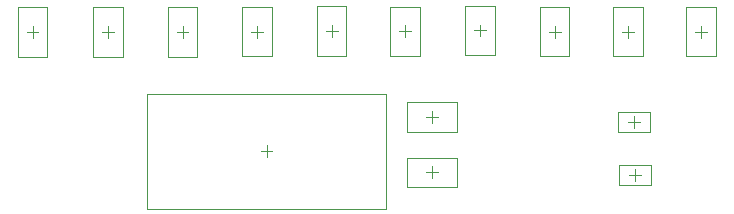
<source format=gbr>
G04*
G04 #@! TF.GenerationSoftware,Altium Limited,Altium Designer,24.1.2 (44)*
G04*
G04 Layer_Color=32768*
%FSLAX44Y44*%
%MOMM*%
G71*
G04*
G04 #@! TF.SameCoordinates,BD343A0D-4BD6-4D64-9A7B-49F0AB29FDDA*
G04*
G04*
G04 #@! TF.FilePolarity,Positive*
G04*
G01*
G75*
%ADD36C,0.1000*%
%ADD37C,0.0500*%
D36*
X612220Y178308D02*
X622220D01*
X617220Y173308D02*
Y183308D01*
X550187Y178308D02*
X560187D01*
X555188Y173308D02*
Y183308D01*
X488155Y178308D02*
X498155D01*
X493155Y173308D02*
Y183308D01*
X425022Y179324D02*
X435022D01*
X430022Y174324D02*
Y184324D01*
X389288Y54182D02*
Y64182D01*
X384288Y59182D02*
X394288D01*
X361522Y178562D02*
X371522D01*
X366522Y173562D02*
Y183562D01*
X389288Y100926D02*
Y110926D01*
X384288Y105926D02*
X394288D01*
X244174Y76962D02*
X254174D01*
X249174Y71962D02*
Y81962D01*
X299292Y179070D02*
X309292D01*
X304292Y174070D02*
Y184070D01*
X560466Y96600D02*
Y106600D01*
X555466Y101600D02*
X565466D01*
X236300Y178308D02*
X246300D01*
X241300Y173308D02*
Y183308D01*
X173054Y177800D02*
X183054D01*
X178054Y172800D02*
Y182800D01*
X560832Y52150D02*
Y62150D01*
X555832Y57150D02*
X565832D01*
X110062Y177800D02*
X120062D01*
X115062Y172800D02*
Y182800D01*
X46054Y177800D02*
X56054D01*
X51054Y172800D02*
Y182800D01*
D37*
X629720Y157308D02*
Y199308D01*
X604720Y157308D02*
Y199308D01*
X629720D01*
X604720Y157308D02*
X629720D01*
X567687D02*
Y199308D01*
X542688Y157308D02*
Y199308D01*
X567687D01*
X542688Y157308D02*
X567687D01*
X505655D02*
Y199308D01*
X480655Y157308D02*
Y199308D01*
X505655D01*
X480655Y157308D02*
X505655D01*
X442522Y158324D02*
Y200324D01*
X417522Y158324D02*
Y200324D01*
X442522D01*
X417522Y158324D02*
X442522D01*
X368288Y71682D02*
X410288D01*
X368288Y46682D02*
X410288D01*
X368288D02*
Y71682D01*
X410288Y46682D02*
Y71682D01*
X379022Y157562D02*
Y199562D01*
X354022Y157562D02*
Y199562D01*
X379022D01*
X354022Y157562D02*
X379022D01*
X368288Y118426D02*
X410288D01*
X368288Y93426D02*
X410288D01*
X368288D02*
Y118426D01*
X410288Y93426D02*
Y118426D01*
X148174Y28462D02*
Y125462D01*
X350174Y28462D02*
Y125462D01*
X148174Y28462D02*
X350174D01*
X148174Y125462D02*
X350174D01*
X316792Y158070D02*
Y200070D01*
X291792Y158070D02*
Y200070D01*
X316792D01*
X291792Y158070D02*
X316792D01*
X546966Y110100D02*
X573966D01*
X546966Y93100D02*
X573966D01*
X546966D02*
Y110100D01*
X573966Y93100D02*
Y110100D01*
X253800Y157308D02*
Y199308D01*
X228800Y157308D02*
Y199308D01*
X253800D01*
X228800Y157308D02*
X253800D01*
X190554Y156800D02*
Y198800D01*
X165554Y156800D02*
Y198800D01*
X190554D01*
X165554Y156800D02*
X190554D01*
X547332Y65650D02*
X574332D01*
X547332Y48650D02*
X574332D01*
X547332D02*
Y65650D01*
X574332Y48650D02*
Y65650D01*
X127562Y156800D02*
Y198800D01*
X102562Y156800D02*
Y198800D01*
X127562D01*
X102562Y156800D02*
X127562D01*
X63554D02*
Y198800D01*
X38554Y156800D02*
Y198800D01*
X63554D01*
X38554Y156800D02*
X63554D01*
M02*

</source>
